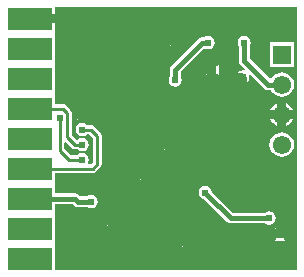
<source format=gbl>
G04 Layer_Physical_Order=2*
G04 Layer_Color=11436288*
%FSLAX25Y25*%
%MOIN*%
G70*
G01*
G75*
%ADD18R,0.15000X0.07600*%
%ADD19C,0.01500*%
%ADD20C,0.01000*%
%ADD24C,0.06102*%
%ADD25R,0.06102X0.06102*%
%ADD26C,0.02400*%
G36*
X198930Y233571D02*
X118500D01*
Y242300D01*
X118500D01*
Y242700D01*
X118500D01*
Y252300D01*
X118500D01*
Y252700D01*
X118500D01*
Y255716D01*
X124261D01*
X124738Y255238D01*
X124738Y255238D01*
X125317Y254852D01*
X126000Y254716D01*
X129210D01*
X129642Y254428D01*
X130500Y254257D01*
X131358Y254428D01*
X132086Y254914D01*
X132572Y255642D01*
X132743Y256500D01*
X132572Y257358D01*
X132086Y258086D01*
X131358Y258572D01*
X130500Y258743D01*
X129642Y258572D01*
X129210Y258284D01*
X126739D01*
X126262Y258762D01*
X125683Y259149D01*
X125000Y259284D01*
X118500D01*
Y262300D01*
X118500D01*
Y262700D01*
X118500D01*
Y265971D01*
X131000D01*
X131585Y266087D01*
X132081Y266419D01*
X133581Y267919D01*
X133913Y268415D01*
X134029Y269000D01*
Y278500D01*
X133913Y279085D01*
X133581Y279581D01*
X131581Y281581D01*
X131085Y281913D01*
X130500Y282029D01*
X129124D01*
X129086Y282086D01*
X128358Y282572D01*
X127500Y282743D01*
X126642Y282572D01*
X125914Y282086D01*
X125428Y281358D01*
X125257Y280500D01*
X125428Y279642D01*
X125914Y278914D01*
X126642Y278428D01*
X127500Y278257D01*
X128358Y278428D01*
X129086Y278914D01*
X129124Y278971D01*
X129867D01*
X130971Y277867D01*
Y269634D01*
X130367Y269029D01*
X129694D01*
X129458Y269470D01*
X129572Y269642D01*
X129743Y270500D01*
X129572Y271358D01*
X129086Y272086D01*
X128358Y272572D01*
X127500Y272743D01*
X126642Y272572D01*
X125914Y272086D01*
X125876Y272029D01*
X123634D01*
X121529Y274133D01*
Y276154D01*
X121991Y276346D01*
X123919Y274419D01*
X124415Y274087D01*
X124512Y274068D01*
X125000Y273971D01*
X125876D01*
X125914Y273914D01*
X126642Y273428D01*
X127500Y273257D01*
X128358Y273428D01*
X129086Y273914D01*
X129572Y274642D01*
X129743Y275500D01*
X129572Y276358D01*
X129086Y277086D01*
X128358Y277572D01*
X127500Y277743D01*
X126642Y277572D01*
X125914Y277086D01*
X125443Y277220D01*
X124029Y278633D01*
Y286000D01*
X123913Y286585D01*
X123581Y287081D01*
X122081Y288581D01*
X121585Y288913D01*
X121000Y289029D01*
X118500D01*
Y292300D01*
X118500D01*
Y292700D01*
X118500D01*
Y302300D01*
X118500D01*
Y302700D01*
X118500D01*
Y312300D01*
X118500D01*
Y312700D01*
X118500D01*
Y316000D01*
X110000D01*
Y319000D01*
X118500D01*
Y321429D01*
X198930D01*
Y233571D01*
D02*
G37*
%LPC*%
G36*
X139000Y248644D02*
Y248500D01*
X139144D01*
X139086Y248586D01*
X139000Y248644D01*
D02*
G37*
G36*
X160500D02*
X160414Y248586D01*
X160356Y248500D01*
X160500D01*
Y248644D01*
D02*
G37*
G36*
X136000D02*
X135914Y248586D01*
X135856Y248500D01*
X136000D01*
Y248644D01*
D02*
G37*
G36*
X163644Y245500D02*
X163500D01*
Y245356D01*
X163586Y245414D01*
X163644Y245500D01*
D02*
G37*
G36*
X192000Y247644D02*
X191914Y247586D01*
X191856Y247500D01*
X192000D01*
Y247644D01*
D02*
G37*
G36*
X195000D02*
Y247500D01*
X195144D01*
X195086Y247586D01*
X195000Y247644D01*
D02*
G37*
G36*
X163500Y248644D02*
Y248500D01*
X163644D01*
X163586Y248586D01*
X163500Y248644D01*
D02*
G37*
G36*
X181256Y262888D02*
X181170Y262830D01*
X181112Y262744D01*
X181256D01*
Y262888D01*
D02*
G37*
G36*
X184256D02*
Y262744D01*
X184400D01*
X184342Y262830D01*
X184256Y262888D01*
D02*
G37*
G36*
X147000Y264000D02*
X146856D01*
X146914Y263914D01*
X147000Y263856D01*
Y264000D01*
D02*
G37*
G36*
X168500Y261743D02*
X167642Y261572D01*
X166914Y261086D01*
X166428Y260358D01*
X166257Y259500D01*
X166428Y258642D01*
X166914Y257914D01*
X167642Y257428D01*
X168150Y257327D01*
X175738Y249738D01*
X175738Y249738D01*
X176317Y249352D01*
X177000Y249216D01*
X177000Y249216D01*
X188440D01*
X188872Y248928D01*
X189730Y248757D01*
X190588Y248928D01*
X191316Y249414D01*
X191802Y250142D01*
X191973Y251000D01*
X191802Y251858D01*
X191316Y252586D01*
X190588Y253072D01*
X189730Y253243D01*
X188872Y253072D01*
X188440Y252784D01*
X177739D01*
X170674Y259850D01*
X170572Y260358D01*
X170086Y261086D01*
X169358Y261572D01*
X168500Y261743D01*
D02*
G37*
G36*
X181256Y259744D02*
X181112D01*
X181170Y259658D01*
X181256Y259600D01*
Y259744D01*
D02*
G37*
G36*
X184400D02*
X184256D01*
Y259600D01*
X184342Y259658D01*
X184400Y259744D01*
D02*
G37*
G36*
X192000Y240500D02*
X191856D01*
X191914Y240414D01*
X192000Y240356D01*
Y240500D01*
D02*
G37*
G36*
X195144D02*
X195000D01*
Y240356D01*
X195086Y240414D01*
X195144Y240500D01*
D02*
G37*
G36*
X135500Y241644D02*
X135414Y241586D01*
X135356Y241500D01*
X135500D01*
Y241644D01*
D02*
G37*
G36*
X164144Y238500D02*
X164000D01*
Y238356D01*
X164086Y238414D01*
X164144Y238500D01*
D02*
G37*
G36*
X135500D02*
X135356D01*
X135414Y238414D01*
X135500Y238356D01*
Y238500D01*
D02*
G37*
G36*
X138644D02*
X138500D01*
Y238356D01*
X138586Y238414D01*
X138644Y238500D01*
D02*
G37*
G36*
X161000D02*
X160856D01*
X160914Y238414D01*
X161000Y238356D01*
Y238500D01*
D02*
G37*
G36*
X136000Y245500D02*
X135856D01*
X135914Y245414D01*
X136000Y245356D01*
Y245500D01*
D02*
G37*
G36*
X139144D02*
X139000D01*
Y245356D01*
X139086Y245414D01*
X139144Y245500D01*
D02*
G37*
G36*
X160500D02*
X160356D01*
X160414Y245414D01*
X160500Y245356D01*
Y245500D01*
D02*
G37*
G36*
X195144Y244500D02*
X191856D01*
X191914Y244414D01*
X192159Y244250D01*
Y243750D01*
X191914Y243586D01*
X191856Y243500D01*
X195144D01*
X195086Y243586D01*
X194841Y243750D01*
Y244250D01*
X195086Y244414D01*
X195144Y244500D01*
D02*
G37*
G36*
X138500Y241644D02*
Y241500D01*
X138644D01*
X138586Y241586D01*
X138500Y241644D01*
D02*
G37*
G36*
X161000D02*
X160914Y241586D01*
X160856Y241500D01*
X161000D01*
Y241644D01*
D02*
G37*
G36*
X164000D02*
Y241500D01*
X164144D01*
X164086Y241586D01*
X164000Y241644D01*
D02*
G37*
G36*
X150144Y264000D02*
X150000D01*
Y263856D01*
X150086Y263914D01*
X150144Y264000D01*
D02*
G37*
G36*
X181500Y311743D02*
X180642Y311572D01*
X179914Y311086D01*
X179428Y310358D01*
X179257Y309500D01*
X179428Y308642D01*
X179716Y308210D01*
Y303500D01*
X179851Y302817D01*
X180238Y302238D01*
X181903Y300573D01*
X181657Y300112D01*
X181000Y300243D01*
X180142Y300072D01*
X179414Y299586D01*
X179356Y299500D01*
X181000D01*
Y298000D01*
X182500D01*
Y296356D01*
X182586Y296414D01*
X183072Y297142D01*
X183243Y298000D01*
X183112Y298657D01*
X183573Y298903D01*
X188238Y294238D01*
X188817Y293851D01*
X189500Y293716D01*
X189500Y293716D01*
X190354D01*
X190461Y293457D01*
X191111Y292611D01*
X191957Y291961D01*
X192942Y291553D01*
X194000Y291414D01*
X195058Y291553D01*
X196043Y291961D01*
X196889Y292611D01*
X197539Y293457D01*
X197947Y294442D01*
X198086Y295500D01*
X197947Y296558D01*
X197539Y297543D01*
X196889Y298389D01*
X196043Y299039D01*
X195058Y299447D01*
X194000Y299586D01*
X192942Y299447D01*
X191957Y299039D01*
X191111Y298389D01*
X190559Y297671D01*
X190117Y297571D01*
X189938Y297586D01*
X183284Y304239D01*
Y308210D01*
X183572Y308642D01*
X183743Y309500D01*
X183572Y310358D01*
X183086Y311086D01*
X182358Y311572D01*
X181500Y311743D01*
D02*
G37*
G36*
X198051Y309551D02*
X189949D01*
Y301449D01*
X198051D01*
Y309551D01*
D02*
G37*
G36*
X173000Y302144D02*
X172914Y302086D01*
X172750Y301841D01*
X172250D01*
X172086Y302086D01*
X172000Y302144D01*
Y300500D01*
Y298856D01*
X172086Y298914D01*
X172250Y299159D01*
X172750D01*
X172914Y298914D01*
X173000Y298856D01*
Y300500D01*
Y302144D01*
D02*
G37*
G36*
X176144Y299000D02*
X176000D01*
Y298856D01*
X176086Y298914D01*
X176144Y299000D01*
D02*
G37*
G36*
X195500Y289264D02*
Y287000D01*
X197764D01*
X197539Y287543D01*
X196889Y288389D01*
X196043Y289039D01*
X195500Y289264D01*
D02*
G37*
G36*
X179500Y296500D02*
X179356D01*
X179414Y296414D01*
X179500Y296356D01*
Y296500D01*
D02*
G37*
G36*
X169000Y299000D02*
X168856D01*
X168914Y298914D01*
X169000Y298856D01*
Y299000D01*
D02*
G37*
G36*
X169500Y311743D02*
X168642Y311572D01*
X168210Y311284D01*
X167500D01*
X166817Y311149D01*
X166238Y310762D01*
X157238Y301762D01*
X156851Y301183D01*
X156716Y300500D01*
Y298289D01*
X156428Y297858D01*
X156257Y297000D01*
X156428Y296142D01*
X156914Y295414D01*
X157642Y294928D01*
X158500Y294757D01*
X159358Y294928D01*
X160086Y295414D01*
X160572Y296142D01*
X160743Y297000D01*
X160572Y297858D01*
X160284Y298289D01*
Y299761D01*
X168228Y307704D01*
X168642Y307428D01*
X169500Y307257D01*
X170358Y307428D01*
X171086Y307914D01*
X171572Y308642D01*
X171743Y309500D01*
X171572Y310358D01*
X171086Y311086D01*
X170358Y311572D01*
X169500Y311743D01*
D02*
G37*
G36*
X157000Y308644D02*
X156914Y308586D01*
X156856Y308500D01*
X157000D01*
Y308644D01*
D02*
G37*
G36*
X160000D02*
Y308500D01*
X160144D01*
X160086Y308586D01*
X160000Y308644D01*
D02*
G37*
G36*
X160144Y305500D02*
X160000D01*
Y305356D01*
X160086Y305414D01*
X160144Y305500D01*
D02*
G37*
G36*
X169000Y302144D02*
X168914Y302086D01*
X168856Y302000D01*
X169000D01*
Y302144D01*
D02*
G37*
G36*
X176000D02*
Y302000D01*
X176144D01*
X176086Y302086D01*
X176000Y302144D01*
D02*
G37*
G36*
X157000Y305500D02*
X156856D01*
X156914Y305414D01*
X157000Y305356D01*
Y305500D01*
D02*
G37*
G36*
X158144Y274000D02*
X158000D01*
Y273856D01*
X158086Y273914D01*
X158144Y274000D01*
D02*
G37*
G36*
X155000Y277144D02*
X154914Y277086D01*
X154856Y277000D01*
X155000D01*
Y277144D01*
D02*
G37*
G36*
X158000D02*
Y277000D01*
X158144D01*
X158086Y277086D01*
X158000Y277144D01*
D02*
G37*
G36*
X155000Y274000D02*
X154856D01*
X154914Y273914D01*
X155000Y273856D01*
Y274000D01*
D02*
G37*
G36*
X147000Y267144D02*
X146914Y267086D01*
X146856Y267000D01*
X147000D01*
Y267144D01*
D02*
G37*
G36*
X150000D02*
Y267000D01*
X150144D01*
X150086Y267086D01*
X150000Y267144D01*
D02*
G37*
G36*
X194000Y279586D02*
X192942Y279447D01*
X191957Y279039D01*
X191111Y278389D01*
X190461Y277543D01*
X190053Y276558D01*
X189914Y275500D01*
X190053Y274442D01*
X190461Y273457D01*
X191111Y272611D01*
X191957Y271961D01*
X192942Y271553D01*
X194000Y271414D01*
X195058Y271553D01*
X196043Y271961D01*
X196889Y272611D01*
X197539Y273457D01*
X197947Y274442D01*
X198086Y275500D01*
X197947Y276558D01*
X197539Y277543D01*
X196889Y278389D01*
X196043Y279039D01*
X195058Y279447D01*
X194000Y279586D01*
D02*
G37*
G36*
X126000Y287144D02*
X125914Y287086D01*
X125856Y287000D01*
X126000D01*
Y287144D01*
D02*
G37*
G36*
X129000D02*
Y287000D01*
X129144D01*
X129086Y287086D01*
X129000Y287144D01*
D02*
G37*
G36*
X192500Y289264D02*
X191957Y289039D01*
X191111Y288389D01*
X190461Y287543D01*
X190236Y287000D01*
X192500D01*
Y289264D01*
D02*
G37*
G36*
X129144Y284000D02*
X129000D01*
Y283856D01*
X129086Y283914D01*
X129144Y284000D01*
D02*
G37*
G36*
X192500D02*
X190236D01*
X190461Y283457D01*
X191111Y282611D01*
X191957Y281961D01*
X192500Y281736D01*
Y284000D01*
D02*
G37*
G36*
X197764D02*
X195500D01*
Y281736D01*
X196043Y281961D01*
X196889Y282611D01*
X197539Y283457D01*
X197764Y284000D01*
D02*
G37*
G36*
X126000D02*
X125856D01*
X125914Y283914D01*
X126000Y283856D01*
Y284000D01*
D02*
G37*
%LPD*%
D18*
X110000Y317500D02*
D03*
Y307500D02*
D03*
Y297500D02*
D03*
Y287500D02*
D03*
Y277500D02*
D03*
Y267500D02*
D03*
Y257500D02*
D03*
Y247500D02*
D03*
Y237500D02*
D03*
D19*
X167500Y309500D02*
X169500D01*
X158500Y300500D02*
X167500Y309500D01*
X158500Y297000D02*
Y300500D01*
X189500Y295500D02*
X194000D01*
X181500Y303500D02*
X189500Y295500D01*
X181500Y303500D02*
Y309500D01*
X126000Y256500D02*
X130500D01*
X125000Y257500D02*
X126000Y256500D01*
X110000Y257500D02*
X125000D01*
X168500Y259500D02*
X177000Y251000D01*
X189730D01*
D20*
X132500Y269000D02*
Y278500D01*
X130500Y280500D02*
X132500Y278500D01*
X127500Y280500D02*
X130500D01*
X120000Y273500D02*
Y284500D01*
Y273500D02*
X123000Y270500D01*
X127500D01*
X131000Y267500D02*
X132500Y269000D01*
X110000Y267500D02*
X131000D01*
X110000Y287500D02*
X121000D01*
X122500Y286000D01*
Y278000D02*
Y286000D01*
Y278000D02*
X125000Y275500D01*
X127500D01*
D24*
X194000D02*
D03*
Y285500D02*
D03*
Y295500D02*
D03*
D25*
Y305500D02*
D03*
D26*
X127500Y270500D02*
D03*
X120000Y284500D02*
D03*
X148500Y265500D02*
D03*
X127500Y285500D02*
D03*
Y275500D02*
D03*
X130500Y256500D02*
D03*
X127500Y280500D02*
D03*
X182756Y261244D02*
D03*
X189730Y251000D02*
D03*
X168500Y259500D02*
D03*
X181500Y309500D02*
D03*
X193500Y246000D02*
D03*
Y242000D02*
D03*
X162000Y247000D02*
D03*
X162500Y240000D02*
D03*
X137500Y247000D02*
D03*
X137000Y240000D02*
D03*
X169500Y309500D02*
D03*
X156500Y275500D02*
D03*
X181000Y298000D02*
D03*
X174500Y300500D02*
D03*
X170500D02*
D03*
X158500Y297000D02*
D03*
Y307000D02*
D03*
M02*

</source>
